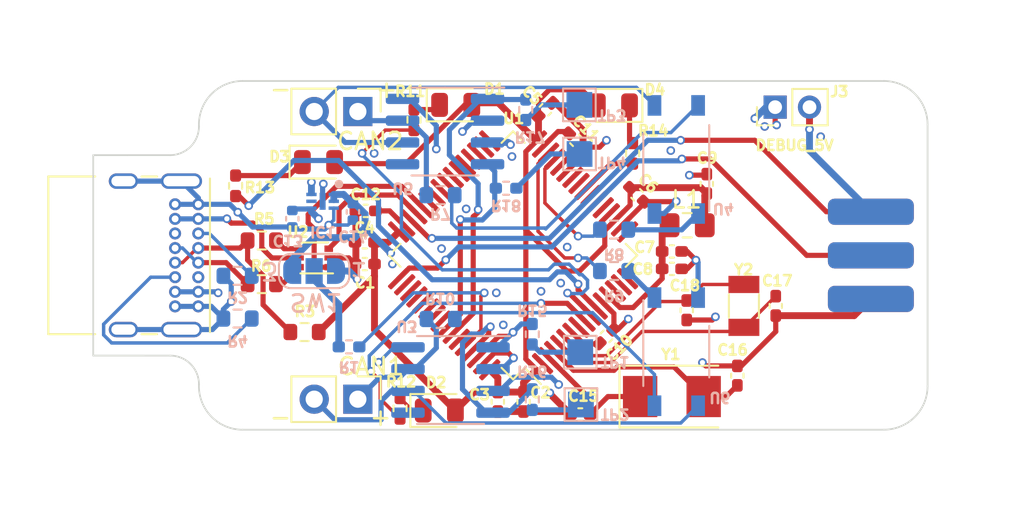
<source format=kicad_pcb>
(kicad_pcb (version 20221018) (generator pcbnew)
  (title_block (title "USB2CAN- CAN TO UART TRANSLATION") (date "2024-02-06") (rev "0,2") (company "Gdańsk PGRacingTeam") (comment 1 "Karol Pergoł") (comment 2 "Mieszko Celiński"))
  (layers (0 "F.Cu" signal) (1 "In1.Cu" power) (2 "In2.Cu" power) (31 "B.Cu" signal) (34 "B.Paste" user) (35 "F.Paste" user) (36 "B.SilkS" user "B.Silkscreen") (37 "F.SilkS" user "F.Silkscreen") (38 "B.Mask" user) (39 "F.Mask" user) (44 "Edge.Cuts" user))
  (net 0 "")
  (net 1 "+3.3V")
  (net 2 "GND")
  (net 3 "Net-(U1-NRST)")
  (net 4 "Net-(U1-VCAP_1)")
  (net 5 "Net-(U1-VCAP_2)")
  (net 6 "+5V")
  (net 7 "/LSE_IN")
  (net 8 "/LSE_OUT")
  (net 9 "/HSE_IN")
  (net 10 "/HSE_OUT")
  (net 11 "Net-(D1-K)")
  (net 12 "Net-(D2-K)")
  (net 13 "Net-(D3-K)")
  (net 14 "Net-(D4-K)")
  (net 16 "Net-(J1-CC1)")
  (net 17 "Net-(J1-D+-PadA6)")
  (net 18 "Net-(J1-D--PadA7)")
  (net 20 "Net-(J1-CC2)")
  (net 22 "Net-(SW1-B)")
  (net 23 "Net-(U1-BOOT0)")
  (net 24 "/USB_D+")
  (net 25 "/USB_D-")
  (net 26 "/CAN2_H")
  (net 27 "Net-(R7-Pad2)")
  (net 28 "/TERMINATOR_CAN2")
  (net 29 "Net-(R8-Pad2)")
  (net 30 "/TERMINATOR_CAN1")
  (net 31 "Net-(R9-Pad2)")
  (net 32 "/CAN1_H")
  (net 33 "Net-(R10-Pad2)")
  (net 34 "/LED_CAN2")
  (net 35 "/LED_CAN1")
  (net 36 "/LED_UART")
  (net 37 "/STATUS_LED")
  (net 63 "/STM_D-")
  (net 64 "/STM_D+")
  (net 65 "/SWDIO")
  (net 66 "/SWCLK")
  (net 72 "/SWO")
  (net 74 "/CAN2_RX")
  (net 75 "/CAN2_TX")
  (net 77 "/CAN1_RX")
  (net 78 "/CAN1_TX")
  (net 80 "/CAN1_L")
  (net 81 "/CAN2_L")
  (net 85 "/DEBUG_5V")
  (net 86 "Net-(R15-Pad2)")
  (net 87 "Net-(R17-Pad2)")
  (net 88 "Net-(R18-Pad2)")
  (net 89 "+3.3VA")
  (net 90 "Net-(R16-Pad2)")
  (footprint "Capacitor_SMD:C_0402_1005Metric_Pad0.74x0.62mm_HandSolder" (layer "F.Cu") (at 154.686 98.425)
    (fp_text reference "C8")
    (fp_text value "1u")
  )
  (footprint "Resistor_SMD:R_0402_1005Metric_Pad0.72x0.64mm_HandSolder" (layer "F.Cu") (at 138.8595 106.553 -90)
    (fp_text reference "R12")
    (fp_text value "510")
  )
  (footprint "Inductor_SMD:L_0805_2012Metric_Pad1.15x1.40mm_HandSolder" (layer "F.Cu") (at 155.575 95.885)
    (fp_text reference "L1")
    (fp_text value "39n")
  )
  (footprint "MountingHole:MountingHole_2.1mm" (layer "F.Cu") (at 129.6924 105.2576)
    (fp_text reference "H2" hide)
    (fp_text value "MountingHole")
  )
  (footprint "MountingHole:MountingHole_2.1mm" (layer "F.Cu") (at 167.0304 90.0176)
    (fp_text reference "H4" hide)
    (fp_text value "MountingHole")
  )
  (footprint "Capacitor_SMD:C_0402_1005Metric_Pad0.74x0.62mm_HandSolder" (layer "F.Cu") (at 156.718 93.472 90)
    (fp_text reference "C9")
    (fp_text value "1u")
  )
  (footprint "Resistor_SMD:R_0402_1005Metric_Pad0.72x0.64mm_HandSolder" (layer "F.Cu") (at 139.67 89.74 -90)
    (fp_text reference "R11")
    (fp_text value "510")
  )
  (footprint "Resistor_SMD:R_0603_1608Metric" (layer "F.Cu") (at 130.81 99.314 180)
    (fp_text reference "R6")
    (fp_text value "22")
  )
  (footprint "Resistor_SMD:R_0603_1608Metric" (layer "F.Cu") (at 130.81 96.774 180)
    (fp_text reference "R5")
    (fp_text value "22")
  )
  (footprint "LED_SMD:LED_0805_2012Metric" (layer "F.Cu") (at 142.1 88.87)
    (fp_text reference "D1")
    (fp_text value "BUILTIN_LED")
  )
  (footprint "LED_SMD:LED_0805_2012Metric" (layer "F.Cu") (at 141.1455 106.68)
    (fp_text reference "D2")
    (fp_text value "BUILTIN_LED")
  )
  (footprint "IDC:IDC_SMD_3PIN" (layer "F.Cu") (at 166.2684 97.6376 90)
    (fp_text reference "J2" hide)
    (fp_text value "Conn_01x06_Pin")
  )
  (footprint "Package_TO_SOT_SMD:SOT-666" (layer "F.Cu") (at 133.858 97.79 180)
    (fp_text reference "U2")
    (fp_text value "USBLC6-2P6")
  )
  (footprint "Crystal:Crystal_SMD_5032-2Pin_5.0x3.2mm" (layer "F.Cu") (at 154.686 105.8672)
    (fp_text reference "Y1")
    (fp_text value "16MHz")
  )
  (footprint "Crystal:Crystal_SMD_3215-2Pin_3.2x1.5mm" (layer "F.Cu") (at 158.877 100.584 -90)
    (fp_text reference "Y2")
    (fp_text value "32KHz")
  )
  (footprint "Resistor_SMD:R_0402_1005Metric_Pad0.72x0.64mm_HandSolder" (layer "F.Cu") (at 152.4 91.694 -90)
    (fp_text reference "R14")
    (fp_text value "510")
  )
  (footprint "Connector_USB:USB_C_Receptacle_GCT_USB4085" (layer "F.Cu") (at 127.1134 94.6626 -90)
    (fp_text reference "J1" hide)
    (fp_text value "USB_C_Receptacle_USB2.0")
  )
  (footprint "Connector_PinHeader_2.54mm:PinHeader_1x02_P2.54mm_Vertical" (layer "F.Cu") (at 136.403 89.2556 -90)
    (fp_text reference "J4" hide)
    (fp_text value "Conn_01x02_Pin")
  )
  (footprint "Capacitor_SMD:C_0402_1005Metric_Pad0.74x0.62mm_HandSolder" (layer "F.Cu") (at 158.496 104.648 90)
    (fp_text reference "C16")
    (fp_text value "22pF")
  )
  (footprint "Package_QFP:LQFP-64_10x10mm_P0.5mm" (layer "F.Cu") (at 145.4404 97.6376 135)
    (fp_text reference "U1")
    (fp_text value "STM32F405RGTx")
  )
  (footprint "Capacitor_SMD:C_0402_1005Metric_Pad0.74x0.62mm_HandSolder" (layer "F.Cu") (at 136.8044 98.1456 180)
    (fp_text reference "C1")
    (fp_text value "10u")
  )
  (footprint "MountingHole:MountingHole_2.1mm" (layer "F.Cu") (at 167.0304 105.2576)
    (fp_text reference "H3" hide)
    (fp_text value "MountingHole")
  )
  (footprint "Capacitor_SMD:C_0402_1005Metric_Pad0.74x0.62mm_HandSolder" (layer "F.Cu") (at 152.654 94.107 -45)
    (fp_text reference "C6")
    (fp_text value "100n")
  )
  (footprint "Capacitor_SMD:C_0402_1005Metric_Pad0.74x0.62mm_HandSolder" (layer "F.Cu") (at 136.8552 95.0468 180)
    (fp_text reference "C12")
    (fp_text value "2.2u")
  )
  (footprint "Capacitor_SMD:C_0402_1005Metric_Pad0.74x0.62mm_HandSolder" (layer "F.Cu") (at 149.098 90.932 -45)
    (fp_text reference "C11")
    (fp_text value "2.2u")
  )
  (footprint "LED_SMD:LED_0805_2012Metric" (layer "F.Cu") (at 134.112 92.202)
    (fp_text reference "D3")
    (fp_text value "BUILTIN_LED")
  )
  (footprint "MountingHole:MountingHole_2.1mm" (layer "F.Cu") (at 129.6924 90.0176)
    (fp_text reference "H1" hide)
    (fp_text value "MountingHole")
  )
  (footprint "Resistor_SMD:R_0603_1608Metric" (layer "F.Cu") (at 133.2992 102.108)
    (fp_text reference "R3")
    (fp_text value "1k5")
  )
  (footprint "Capacitor_SMD:C_0402_1005Metric_Pad0.74x0.62mm_HandSolder" (layer "F.Cu") (at 149.352 106.9086 180)
    (fp_text reference "C15")
    (fp_text value "22pF")
  )
  (footprint "Capacitor_SMD:C_0402_1005Metric_Pad0.74x0.62mm_HandSolder" (layer "F.Cu") (at 160.7312 100.584 -90)
    (fp_text reference "C17")
    (fp_text value "22pF")
  )
  (footprint "Connector_PinHeader_2.00mm:PinHeader_1x02_P2.00mm_Vertical" (layer "F.Cu") (at 160.6964 89.0016 90)
    (fp_text reference "J3")
    (fp_text value "Conn_01x02_Pin")
  )
  (footprint "Capacitor_SMD:C_0402_1005Metric_Pad0.74x0.62mm_HandSolder" (layer "F.Cu") (at 154.686 97.409)
    (fp_text reference "C7")
    (fp_text value "10n")
  )
  (footprint "Capacitor_SMD:C_0402_1005Metric_Pad0.74x0.62mm_HandSolder" (layer "F.Cu") (at 136.8044 96.8756 180)
    (fp_text reference "C4")
    (fp_text value "100n")
  )
  (footprint "Capacitor_SMD:C_0402_1005Metric_Pad0.74x0.62mm_HandSolder" (layer "F.Cu") (at 146.05 106.172 -90)
    (fp_text reference "C2")
    (fp_text value "100n")
  )
  (footprint "Capacitor_SMD:C_0402_1005Metric_Pad0.74x0.62mm_HandSolder" (layer "F.Cu") (at 144.5514 106.172 -90)
    (fp_text reference "C3")
    (fp_text value "100n")
  )
  (footprint "Capacitor_SMD:C_0402_1005Metric_Pad0.74x0.62mm_HandSolder" (layer "F.Cu") (at 150.876 102.362 45)
    (fp_text reference "C10")
    (fp_text value "100n")
  )
  (footprint "Connector_PinHeader_2.54mm:PinHeader_1x02_P2.54mm_Vertical" (layer "F.Cu") (at 136.403 106.0196 -90)
    (fp_text reference "J5" hide)
    (fp_text value "Conn_01x02_Pin")
  )
  (footprint "LED_SMD:LED_0805_2012Metric" (layer "F.Cu") (at 151.2824 88.9 180)
    (fp_text reference "D4")
    (fp_text value "BUILTIN_LED")
  )
  (footprint "Capacitor_SMD:C_0402_1005Metric_Pad0.74x0.62mm_HandSolder" (layer "F.Cu") (at 155.5496 100.838 -90)
    (fp_text reference "C18")
    (fp_text value "22pF")
  )
  (footprint "Resistor_SMD:R_0402_1005Metric_Pad0.72x0.64mm_HandSolder" (layer "F.Cu") (at 129.286 93.5857 -90)
    (fp_text reference "R13")
    (fp_text value "510")
  )
  (footprint "Capacitor_SMD:C_0402_1005Metric_Pad0.74x0.62mm_HandSolder" (layer "F.Cu") (at 147.32 89.154 45)
    (fp_text reference "C5")
    (fp_text value "100n")
  )
  (footprint "Resistor_SMD:R_0603_1608Metric" (layer "B.Cu") (at 151.321 96.139)
    (fp_text reference "R8")
    (fp_text value "1k")
  )
  (footprint "TestPoint:TestPoint_Pad_1.5x1.5mm" (layer "B.Cu") (at 149.31 91.73 -90)
    (fp_text reference "TP4")
    (fp_text value "TestPoint")
  )
  (footprint "Package_SO:SOIC-8_3.9x4.9mm_P1.27mm" (layer "B.Cu") (at 141.797 104.902 180)
    (fp_text reference "U3")
    (fp_text value "MCP2561-E-SN")
  )
  (footprint "Resistor_SMD:R_0402_1005Metric_Pad0.72x0.64mm_HandSolder" (layer "B.Cu") (at 146.177 89.154 -90)
    (fp_text reference "R17")
    (fp_text value "0")
  )
  (footprint "Package_SO:MFSOP6-4_4.4x3.6mm_P1.27mm" (layer "B.Cu") (at 154.94 103.251 -90)
    (fp_text reference "U6")
    (fp_text value "TLP175A")
  )
  (footprint "Package_SO:MFSOP6-4_4.4x3.6mm_P1.27mm" (layer "B.Cu") (at 154.94 92.05 90)
    (fp_text reference "U4")
    (fp_text value "TLP175A")
  )
  (footprint "Resistor_SMD:R_0402_1005Metric_Pad0.72x0.64mm_HandSolder" (layer "B.Cu") (at 135.89 102.9716)
    (fp_text reference "R1")
    (fp_text value "10k")
  )
  (footprint "Resistor_SMD:R_0603_1608Metric" (layer "B.Cu") (at 129.4008 98.8314)
    (fp_text reference "R2")
    (fp_text value "5k1")
  )
  (footprint "Resistor_SMD:R_0402_1005Metric_Pad0.72x0.64mm_HandSolder" (layer "B.Cu") (at 145.034 93.726)
    (fp_text reference "R18")
    (fp_text value "0")
  )
  (footprint "Resistor_SMD:R_0603_1608Metric" (layer "B.Cu") (at 151.32 98.552)
    (fp_text reference "R9")
    (fp_text value "1k")
  )
  (footprint "Package_SO:SOIC-8_3.9x4.9mm_P1.27mm" (layer "B.Cu") (at 141.478 90.424 180)
    (fp_text reference "U5")
    (fp_text value "MCP2561-E-SN")
  )
  (footprint "Capacitor_SMD:C_0402_1005Metric" (layer "B.Cu") (at 136.114 95.104 -90)
    (fp_text reference "C14")
    (fp_text value "2.2uF")
  )
  (footprint "TestPoint:TestPoint_Pad_1.5x1.5mm" (layer "B.Cu") (at 149.39 106.33 -90)
    (fp_text reference "TP2")
    (fp_text value "TestPoint")
  )
  (footprint "TestPoint:TestPoint_Pad_1.5x1.5mm" (layer "B.Cu") (at 149.3 88.87 -90)
    (fp_text reference "TP3")
    (fp_text value "TestPoint")
  )
  (footprint "TestPoint:TestPoint_Pad_1.5x1.5mm" (layer "B.Cu") (at 149.35 103.28 -90)
    (fp_text reference "TP1")
    (fp_text value "TestPoint")
  )
  (footprint "Resistor_SMD:R_0402_1005Metric_Pad0.72x0.64mm_HandSolder" (layer "B.Cu") (at 146.558 102.235 -90)
    (fp_text reference "R15")
    (fp_text value "0")
  )
  (footprint "Resistor_SMD:R_0603_1608Metric" (layer "B.Cu") (at 141.215 94.13)
    (fp_text reference "R7")
    (fp_text value "100")
  )
  (footprint "MIC5528-3.3YMT-TR:SON40P120X120X60-7N-D" (layer "B.Cu") (at 134.351 94.488 180)
    (fp_text reference "IC1")
    (fp_text value "MIC5528-3.3YMT-TR" hide)
  )
  (footprint "Jumper:SolderJumper-3_P1.3mm_Open_RoundedPad1.0x1.5mm_NumberLabels" (layer "B.Cu") (at 133.858 98.552 180)
    (fp_text reference "SW1")
    (fp_text value "SW_BOOT0")
  )
  (footprint "Resistor_SMD:R_0603_1608Metric" (layer "B.Cu") (at 141.224 101.346)
    (fp_text reference "R10")
    (fp_text value "100")
  )
  (footprint "Capacitor_SMD:C_0402_1005Metric" (layer "B.Cu") (at 132.588 95.504 -90)
    (fp_text reference "C13")
    (fp_text value "2.2uF")
  )
  (footprint "Resistor_SMD:R_0603_1608Metric" (layer "B.Cu") (at 129.4008 101.3206)
    (fp_text reference "R4")
    (fp_text value "5k1")
  )
  (footprint "Resistor_SMD:R_0402_1005Metric_Pad0.72x0.64mm_HandSolder" (layer "B.Cu") (at 146.558 106.045 -90)
    (fp_text reference "R16")
    (fp_text value "0")
  )
  (gr_arc (start 125.476 103.4796) (mid 126.661394 103.970606) (end 127.1524 105.156) (stroke (width 0.1)) (layer "Edge.Cuts"))
  (gr_line (start 129.6924 87.4776) (end 167.0304 87.4776) (stroke (width 0.1)) (layer "Edge.Cuts"))
  (gr_line (start 169.5704 90.0176) (end 169.5704 105.2576) (stroke (width 0.1)) (layer "Edge.Cuts"))
  (gr_arc (start 127.1524 90.121231) (mid 127.859345 88.258432) (end 129.6924 87.4776) (stroke (width 0.1)) (layer "Edge.Cuts"))
  (gr_line (start 129.6924 107.7976) (end 167.0304 107.7976) (stroke (width 0.1)) (layer "Edge.Cuts"))
  (gr_line (start 120.998468 91.798411) (end 120.998468 103.47882) (stroke (width 0.1)) (layer "Edge.Cuts"))
  (gr_line (start 125.476 91.797631) (end 120.998468 91.798411) (stroke (width 0.1)) (layer "Edge.Cuts"))
  (gr_arc (start 127.1524 90.121231) (mid 126.661394 91.306625) (end 125.476 91.797631) (stroke (width 0.1)) (layer "Edge.Cuts"))
  (gr_arc (start 167.0304 87.4776) (mid 168.826451 88.221549) (end 169.5704 90.0176) (stroke (width 0.1)) (layer "Edge.Cuts"))
  (gr_line (start 125.476 103.4796) (end 120.998468 103.47882) (stroke (width 0.1)) (layer "Edge.Cuts"))
  (gr_arc (start 129.6924 107.799631) (mid 127.859344 107.0188) (end 127.1524 105.156) (stroke (width 0.1)) (layer "Edge.Cuts"))
  (gr_arc (start 169.5704 105.2576) (mid 168.826451 107.053651) (end 167.0304 107.7976) (stroke (width 0.1)) (layer "Edge.Cuts"))
  (gr_text "-" (at 131.19 88.52) (layer "F.SilkS") (effects (font (size 1 1)) (justify left bottom)))
  (gr_text "-" (at 131.18 107.64) (layer "F.SilkS") (effects (font (size 1 1)) (justify left bottom)))
  (gr_text "DEBUG_5V\n" (at 159.47 91.58) (layer "F.SilkS") (effects (font (size 0.6 0.6)) (justify left bottom)))
  (gr_text "CAN2\n" (at 135.09 91.57) (layer "F.SilkS") (effects (font (size 1 1)) (justify left bottom)))
  (gr_text "CAN1\n" (at 135.133 104.6896) (layer "F.SilkS") (effects (font (size 1 1)) (justify left bottom)))
  (gr_text "+" (at 137.01 107.64) (layer "F.SilkS") (effects (font (size 1 1)) (justify left bottom)))
  (gr_text "+" (at 137.36 88.53) (layer "F.SilkS") (effects (font (size 1 1)) (justify left bottom)))
  (segment (start 151.397775 95.569313) (end 152.252717 94.714371) (width 0.3) (layer "F.Cu") (net 1))
  (segment (start 137.3719 98.8603) (end 137.3719 98.1456) (width 0.4) (layer "F.Cu") (net 1))
  (segment (start 137.3719 98.1456) (end 137.3719 96.8756) (width 0.4) (layer "F.Cu") (net 1))
  (segment (start 146.182126 96.16134) (end 148.572786 98.552) (width 0.3) (layer "F.Cu") (net 1))
  (segment (start 152.265013 93.693421) (end 152.252717 93.705717) (width 0.4) (layer "F.Cu") (net 1))
  (segment (start 146.918717 89.555283) (end 146.918717 90.785271) (width 0.4) (layer "F.Cu") (net 1))
  (segment (start 146.801581 90.973119) (end 146.182126 91.592574) (width 0.3) (layer "F.Cu") (net 1))
  (segment (start 135.0495 92.202) (end 135.1415 92.294) (width 0.3) (layer "F.Cu") (net 1))
  (segment (start 156.371921 93.693421) (end 152.265013 93.693421) (width 0.4) (layer "F.Cu") (net 1))
  (segment (start 137.3719 96.8756) (end 138.176738 96.8756) (width 0.4) (layer "F.Cu") (net 1))
  (segment (start 146.05 105.6045) (end 146.05 105.053662) (width 0.4) (layer "F.Cu") (net 1))
  (segment (start 148.572786 98.552) (end 149.311529 98.552) (width 0.3) (layer "F.Cu") (net 1))
  (segment (start 144.576062 88.7476) (end 146.766225 90.937763) (width 0.4) (layer "F.Cu") (net 1))
  (segment (start 142.631479 88.87) (end 143.0375 88.87) (width 0.3) (layer "F.Cu") (net 1))
  (segment (start 134.1242 102.108) (end 137.3719 98.8603) (width 0.4) (layer "F.Cu") (net 1))
  (segment (start 156.6 95.885) (end 156.6 94.1575) (width 0.4) (layer "F.Cu") (net 1))
  (segment (start 137.3719 101.9689) (end 137.3719 98.8603) (width 0.4) (layer "F.Cu") (net 1))
  (segment (start 152.252717 94.714371) (end 152.252717 93.705717) (width 0.3) (layer "F.Cu") (net 1))
  (segment (start 146.918717 89.555283) (end 146.918717 88.621902) (width 0.3) (layer "F.Cu") (net 1))
  (segment (start 146.918717 90.785271) (end 146.766225 90.937763) (width 0.4) (layer "F.Cu") (net 1))
  (segment (start 144.5514 104.774262) (end 144.114575 104.337437) (width 0.4) (layer "F.Cu") (net 1))
  (segment (start 146.801581 104.302081) (end 146.182126 103.682626) (width 0.3) (layer "F.Cu") (net 1))
  (segment (start 135.1915 92.344) (end 135.0495 92.202) (width 0.4) (layer "F.Cu") (net 1))
  (segment (start 144.5514 105.6045) (end 144.5514 104.774262) (width 0.4) (layer "F.Cu") (net 1))
  (segment (start 135.1415 92.294) (end 139.207479 92.294) (width 0.3) (layer "F.Cu") (net 1))
  (segment (start 139.207479 92.294) (end 142.631479 88.87) (width 0.3) (layer "F.Cu") (net 1))
  (segment (start 138.176738 96.8756) (end 138.740563 96.311775) (width 0.4) (layer "F.Cu") (net 1))
  (segment (start 150.77832 97.085209) (end 150.77832 96.188768) (width 0.3) (layer "F.Cu") (net 1))
  (segment (start 137.3719 96.8756) (end 137.6956 96.8756) (width 0.4) (layer "F.Cu") (net 1))
  (segment (start 156.718 94.0395) (end 156.371921 93.693421) (width 0.4) (layer "F.Cu") (net 1))
  (segment (start 147.552764 87.987855) (end 149.432755 87.987855) (width 0.3) (layer "F.Cu") (net 1))
  (segment (start 143.1599 88.7476) (end 143.0375 88.87) (width 0.4) (layer "F.Cu") (net 1))
  (segment (start 144.576062 88.7476) (end 143.1599 88.7476) (width 0.4) (layer "F.Cu") (net 1))
  (segment (start 146.05 105.053662) (end 146.766225 104.337437) (width 0.4) (layer "F.Cu") (net 1))
  (segment (start 149.432755 87.987855) (end 150.3449 88.9) (width 0.3) (layer "F.Cu") (net 1))
  (segment (start 146.182126 103.682626) (end 146.182126 96.16134) (width 0.3) (layer "F.Cu") (net 1))
  (segment (start 149.311529 98.552) (end 150.77832 97.085209) (width 0.3) (layer "F.Cu") (net 1))
  (segment (start 150.77832 96.188768) (end 151.397775 95.569313) (width 0.3) (layer "F.Cu") (net 1))
  (segment (start 137.6956 96.8756) (end 138.32 97.5) (width 0.4) (layer "F.Cu") (net 1))
  (segment (start 144.5514 105.6045) (end 146.05 105.6045) (width 0.4) (layer "F.Cu") (net 1))
  (segment (start 156.6 94.1575) (end 156.718 94.0395) (width 0.4) (layer "F.Cu") (net 1))
  (segment (start 142.083 106.68) (end 137.3719 101.9689) (width 0.4) (layer "F.Cu") (net 1))
  (segment (start 146.182126 91.592574) (end 146.182126 96.16134) (width 0.3) (layer "F.Cu") (net 1))
  (segment (start 142.083 106.68) (end 143.1585 105.6045) (width 0.4) (layer "F.Cu") (net 1))
  (segment (start 143.1585 105.6045) (end 144.5514 105.6045) (width 0.4) (layer "F.Cu") (net 1))
  (segment (start 146.918717 88.621902) (end 147.552764 87.987855) (width 0.3) (layer "F.Cu") (net 1))
  (via (at 138.32 97.5) (size 0.5) (drill 0.3) (layers "F.Cu" "B.Cu") (net 1))
  (segment (start 136.824 95.220325) (end 136.227675 94.624) (width 0.4) (layer "B.Cu") (net 1))
  (segment (start 136.224 96.604) (end 136.824 96.004) (width 0.4) (layer "B.Cu") (net 1))
  (segment (start 132.558 97.902) (end 133.856 96.604) (width 0.4) (layer "B.Cu") (net 1))
  (segment (start 138.32 97.5) (end 136.824 96.004) (width 0.4) (layer "B.Cu") (net 1))
  (segment (start 132.558 98.552) (end 132.558 97.902) (width 0.4) (layer "B.Cu") (net 1))
  (segment (start 135.578 94.088) (end 135.001 94.088) (width 0.4) (layer "B.Cu") (net 1))
  (segment (start 136.824 96.004) (end 136.824 95.220325) (width 0.4) (layer "B.Cu") (net 1))
  (segment (start 136.114 94.624) (end 135.578 94.088) (width 0.4) (layer "B.Cu") (net 1))
  (segment (start 135.001 94.088) (end 135.001 94.388) (width 0.4) (layer "B.Cu") (net 1))
  (segment (start 133.856 96.604) (end 136.224 96.604) (width 0.4) (layer "B.Cu") (net 1))
  (segment (start 136.227675 94.624) (end 136.114 94.624) (width 0.4) (layer "B.Cu") (net 1))
  (segment (start 160.7312 102.0798) (end 160.7312 101.1515) (width 0.3) (layer "F.Cu") (net 2))
  (segment (start 136.2369 98.8989) (end 136.2369 98.1456) (width 0.3) (layer "F.Cu") (net 2))
  (segment (start 151.277283 101.960717) (end 151.531283 101.960717) (width 0.3) (layer "F.Cu") (net 2))
  (segment (start 158.496 104.0805) (end 158.7305 104.0805) (width 0.3) (layer "F.Cu") (net 2))
  (segment (start 151.531283 101.960717) (end 152.146 101.346) (width 0.3) (layer "F.Cu") (net 2))
  (segment (start 153.055283 94.508283) (end 154.919717 94.508283) (width 0.3) (layer "F.Cu") (net 2))
  (segment (start 165.2945 101.1515) (end 160.7312 101.1515) (width 0.4) (layer "F.Cu") (net 2))
  (segment (start 144.345121 103.329073) (end 143.725666 103.948528) (width 0.3) (layer "F.Cu") (net 2))
  (segment (start 147.58 105.65) (end 147.58 105.7041) (width 0.4) (layer "F.Cu") (net 2))
  (segment (start 155.5496 101.4055) (end 157.0345 101.4055) (width 0.3) (layer "F.Cu") (net 2))
  (segment (start 149.511579 91.320987) (end 149.499283 91.333283) (width 0.4) (layer "F.Cu") (net 2))
  (segment (start 136.2877 95.0468) (end 136.2877 98.0948) (width 0.4) (layer "F.Cu") (net 2))
  (segment (start 166.2684 100.1776) (end 165.2945 101.1515) (width 0.4) (layer "F.Cu") (net 2))
  (segment (start 151.277283 101.960717) (end 151.310122 101.927878) (width 0.3) (layer "F.Cu") (net 2))
  (segment (start 157.0345 101.4055) (end 157.22 101.22) (width 0.3) (layer "F.Cu") (net 2))
  (segment (start 155.575 98.425) (end 155.2535 98.425) (width 0.3) (layer "F.Cu") (net 2))
  (segment (start 151.310122 101.032448) (end 150.690668 100.412994) (width 0.3) (layer "F.Cu") (net 2))
  (segment (start 158.7305 104.0805) (end 160.7312 102.0798) (width 0.3) (layer "F.Cu") (net 2))
  (segment (start 134.783 97.79) (end 135.8813 97.79) (width 0.3) (layer "F.Cu") (net 2))
  (segment (start 153.055283 94.618911) (end 153.055283 94.508283) (width 0.3) (layer "F.Cu") (net 2))
  (segment (start 155.575 97.409) (end 155.2535 97.409) (width 0.3) (layer "F.Cu") (net 2))
  (segment (start 148.7845 106.9086) (end 148.6154 106.7395) (width 0.4) (layer "F.Cu") (net 2))
  (segment (start 135.8813 97.79) (end 136.2369 98.1456) (width 0.3) (layer "F.Cu") (net 2))
  (segment (start 136.361189 99.023189) (end 136.2369 98.8989) (width 0.3) (layer "F.Cu") (net 2))
  (segment (start 155.702 92.964) (end 156.6585 92.964) (width 0.3) (layer "F.Cu") (net 2))
  (segment (start 147.922808 88.752717) (end 149.511579 90.341488) (width 0.4) (layer "F.Cu") (net 2))
  (segment (start 156.083 97.917) (end 155.575 98.425) (width 0.3) (layer "F.Cu") (net 2))
  (segment (start 151.751328 95.922866) (end 153.055283 94.618911) (width 0.3) (layer "F.Cu") (net 2))
  (segment (start 158.496 104.0805) (end 156.6585 104.0805) (width 0.3) (layer "F.Cu") (net 2))
  (segment (start 151.310122 101.927878) (end 151.310122 101.032448) (width 0.3) (layer "F.Cu") (net 2))
  (segment (start 145.175238 103.329073) (end 144.345121 103.329073) (width 0.3) (layer "F.Cu") (net 2))
  (segment (start 147.721283 88.752717) (end 147.852098 88.752717) (width 0.3) (layer "F.Cu") (net 2))
  (segment (start 148.6154 106.7395) (end 144.5514 106.7395) (width 0.4) (layer "F.Cu") (net 2))
  (segment (start 149.499283 91.333283) (end 150.474717 91.333283) (width 0.3) (layer "F.Cu") (net 2))
  (segment (start 145.465802 103.619637) (end 145.175238 103.329073) (width 0.3) (layer "F.Cu") (net 2))
  (segment (start 136.2877 98.0948) (end 136.2369 98.1456) (width 0.4) (layer "F.Cu") (net 2))
  (segment (start 156.083 97.917) (end 155.575 97.409) (width 0.3) (layer "F.Cu") (net 2))
  (segment (start 149.511579 90.341488) (end 149.511579 91.320987) (width 0.4) (layer "F.Cu") (net 2))
  (segment (start 150.474717 91.333283) (end 150.876 90.932) (width 0.3) (layer "F.Cu") (net 2))
  (segment (start 147.721283 88.752717) (end 147.781388 88.752717) (width 0.2) (layer "F.Cu") (net 2))
  (segment (start 147.721283 88.752717) (end 147.922808 88.752717) (width 0.4) (layer "F.Cu") (net 2))
  (segment (start 154.919717 94.508283) (end 154.94 94.488) (width 0.3) (layer "F.Cu") (net 2))
  (segment (start 156.6585 104.0805) (end 156.464 103.886) (width 0.3) (layer "F.Cu") (net 2))
  (segment (start 156.6585 92.964) (end 156.718 92.9045) (width 0.3) (layer "F.Cu") (net 2))
  (segment (start 147.58 105.7041) (end 148.7845 106.9086) (width 0.4) (layer "F.Cu") (net 2))
  (via (at 155.702 92.964) (size 0.5) (drill 0.3) (layers "F.Cu" "B.Cu") (net 2))
  (via (at 150.876 90.932) (size 0.5) (drill 0.3) (layers "F.Cu" "B.Cu") (net 2))
  (via (at 129.413 95.123) (size 0.5) (drill 0.3) (layers "F.Cu" "B.Cu") (net 2))
  (via (at 134.393177 93.475964) (size 0.5) (drill 0.3) (layers "F.Cu" "B.Cu") (net 2))
  (via (at 163.3459 90.721714) (size 0.5) (drill 0.3) (layers "F.Cu" "B.Cu") (net 2))
  (via (at 145.375108 91.880058) (size 0.5) (drill 0.3) (layers "F.Cu" "B.Cu") (net 2))
  (via (at 134.707626 95.870788) (size 0.5) (drill 0.3) (layers "F.Cu" "B.Cu") (net 2))
  (via (at 156.083 97.917) (size 0.5) (drill 0.3) (layers "F.Cu" "B.Cu") (net 2))
  (via (at 154.94 94.488) (size 0.5) (drill 0.3) (layers "F.Cu" "B.Cu") (net 2))
  (via (at 147.58 105.65) (size 0.5) (drill 0.3) (layers "F.Cu" "B.Cu") (net 2))
  (via (at 156.464 103.886) (size 0.5) (drill 0.3) (layers "F.Cu" "B.Cu") (net 2))
  (via (at 145.465802 103.619637) (size 0.5) (drill 0.3) (layers "F.Cu" "B.Cu") (net 2))
  (via (at 142.708022 94.930893) (size 0.5) (drill 0.3) (layers "F.Cu" "B.Cu") (net 2))
  (via (at 140.97 91.44) (size 0.5) (drill 0.3) (layers "F.Cu" "B.Cu") (net 2))
  (via (at 160.087768 90.128704) (size 0.5) (drill 0.3) (layers "F.Cu" "B.Cu") (net 2))
  (via (at 154.62 91.5315) (size 0.5) (drill 0.3) (layers "F.Cu" "B.Cu") (net 2))
  (via (at 137.620419 103.86739) (size 0.5) (drill 0.3) (layers "F.Cu" "B.Cu") (net 2))
  (via (at 147.066 99.732741) (size 0.5) (drill 0.3) (layers "F.Cu" "B.Cu") (net 2))
  (via (at 144.463503 99.822) (size 0.5) (drill 0.3) (layers "F.Cu" "B.Cu") (net 2))
  (via (at 142.494 90.424) (size 0.5) (drill 0.3) (layers "F.Cu" "B.Cu") (net 2))
  (via (at 144.87 101.69) (size 0.5) (drill 0.3) (layers "F.Cu" "B.Cu") (net 2))
  (via (at 129.032 100.33) (size 0.5) (drill 0.3) (layers "F.Cu" "B.Cu") (net 2))
  (via (at 136.361189 99.023189) (size 0.5) (drill 0.3) (layers "F.Cu" "B.Cu") (net 2))
  (via (at 157.22 101.22) (size 0.5) (drill 0.3) (layers "F.Cu" "B.Cu") (net 2))
  (via (at 152.146 101.346) (size 0.5) (drill 0.3) (layers "F.Cu" "B.Cu") (net 2))
  (via (at 148.59 97.155) (size 0.5) (drill 0.3) (layers "F.Cu" "B.Cu") (net 2))
  (via (at 137.351503 91.694) (size 0.5) (drill 0.3) (layers "F.Cu" "B.Cu") (net 2))
  (via (at 141.275602 97.2465) (size 0.5) (drill 0.3) (layers "F.Cu" "B.Cu") (net 2))
  (via (at 138.416348 98.142317) (size 0.5) (drill 0.3) (layers "F.Cu" "B.Cu") (net 2))
  (via (at 148.212425 99.2552) (size 0.5) (drill 0.3) (layers "F.Cu" "B.Cu") (net 2))
  (segment (start 127.1134 94.2926) (end 126.1334 93.3126) (width 0.3) (layer "B.Cu") (net 2))
  (segment (start 128.9526 94.6626) (end 129.413 95.123) (width 0.3) (layer "B.Cu") (net 2))
  (segment (start 156.21 98.044) (end 156.083 97.917) (width 0.3) (layer "B.Cu") (net 2))
  (segment (start 128.5758 100.7862) (end 129.032 100.33) (width 0.3) (layer "B.Cu") (net 2))
  (segment (start 125.7634 94.6626) (end 127.1134 94.6626) (width 0.3) (layer "B.Cu") (net 2))
  (segment (start 139.003 88.519) (end 139.415107 88.519) (width 0.3) (layer "B.Cu") (net 2))
  (segment (start 135.001 95.577414) (end 134.707626 95.870788) (width 0.2) (layer "B.Cu") (net 2))
  (segment (start 129.032 100.33) (end 129.032 99.2876) (width 0.3) (layer "B.Cu") (net 2))
  (segment (start 129.032 99.2876) (end 128.5758 98.8314) (width 0.3) (layer "B.Cu") (net 2))
  (segment (start 134.474414 96.104) (end 134.707626 95.870788) (width 0.3) (layer "B.Cu") (net 2))
  (segment (start 135.158 98.552) (end 135.89 98.552) (width 0.4) (layer "B.Cu") (net 2))
  (segment (start 140.97 90.073893) (end 140.97 91.44) (width 0.3) (layer "B.Cu") (net 2))
  (segment (start 134.707626 95.870788) (end 135.827212 95.870788) (width 0.2) (layer "B.Cu") (net 2))
  (segment (start 127.9338 101.9626) (end 128.5758 101.3206) (width 0.3) (layer "B.Cu") (net 2))
  (segment (start 127.1134 100.6126) (end 127.8678 100.6126) (width 0.3) (layer "B.Cu") (net 2))
  (segment (start 130.274 95.984) (end 129.413 95.123) (width 0.3) (layer "B.Cu") (net 2))
  (segment (start 128.5758 101.3206) (end 128.5758 100.7862) (width 0.3) (layer "B.Cu") (net 2))
  (segment (start 127.1134 94.6626) (end 128.9526 94.6626) (width 0.3) (layer "B.Cu") (net 2))
  (segment (start 145.465802 103.619637) (end 144.818439 104.267) (width 0.3) (layer "B.Cu") (net 2))
  (segment (start 142.494 90.424) (end 143.129 89.789) (width 0.3) (layer "B.Cu") (net 2))
  (segment (start 127.1134 94.6626) (end 127.1134 94.2926) (width 0.3) (layer "B.Cu") (net 2))
  (segment (start 135.827212 95.870788) (end 136.114 95.584) (width 0.2) (layer "B.Cu") (net 2))
  (segment (start 125.7634 100.6126) (end 127.1134 100.6126) (width 0.3) (layer "B.Cu") (net 2))
  (segment (start 139.415107 88.519) (end 140.97 90.073893) (width 0.3) (layer "B.Cu") (net 2))
  (segment (start 135.001 94.888) (end 135.001 95.577414) (width 0.2) (layer "B.Cu") (net 2))
  (segment (start 138.490809 102.997) (end 139.322 102.997) (width 0.2) (layer "B.Cu") (net 2))
  (segment (start 134.351 93.518141) (end 134.351 94.488) (width 0.3) (layer "B.Cu") (net 2))
  (segment (start 126.1334 101.9626) (end 122.7534 101.9626) (width 0.3) (layer "B.Cu") (net 2))
  (segment (start 154.228 95.2) (end 154.94 94.488) (width 0.3) (layer "B.Cu") (net 2))
  (segment (start 144.818439 104.267) (end 144.272 104.267) (width 0.3) (layer "B.Cu") (net 2))
  (segment (start 156.21 100.101) (end 156.21 98.044) (width 0.3) (layer "B.Cu") (net 2))
  (segment (start 132.708 96.104) (end 134.474414 96.104) (width 0.3) (layer "B.Cu") (net 2))
  (segment (start 126.1334 101.9626) (end 127.9338 101.9626) (width 0.3) (layer "B.Cu") (net 2))
  (segment (start 132.588 95.984) (end 132.708 96.104) (width 0.3) (layer "B.Cu") (net 2))
  (segment (start 143.129 89.789) (end 143.953 89.789) (width 0.3) (layer "B.Cu") (net 2))
  (segment (start 122.7534 93.3126) (end 126.1334 93.3126) (width 0.3) (layer "B.Cu") (net 2))
  (segment (start 127.8678 100.6126) (end 128.5758 101.3206) (width 0.3) (layer "B.Cu") (net 2))
  (segment (start 135.89 98.552) (end 136.361189 99.023189) (width 0.4) (layer "B.Cu") (net 2))
  (segment (start 137.620419 103.86739) (end 138.490809 102.997) (width 0.2) (layer "B.Cu") (net 2))
  (segment (start 134.393177 93.475964) (end 134.351 93.518141) (width 0.3) (layer "B.Cu") (net 2))
  (segment (start 132.588 95.984) (end 130.274 95.984) (width 0.3) (layer "B.Cu") (net 2))
  (segment (start 153.67 95.2) (end 154.228 95.2) (width 0.3) (layer "B.Cu") (net 2))
  (segment (start 150.437784 102.800216) (end 150.474717 102.763283) (width 0.3) (layer "F.Cu") (net 3))
  (segment (start 148.922901 102.180761) (end 149.542356 102.800216) (width 0.3) (layer "F.Cu") (net 3))
  (segment (start 149.542356 102.800216) (end 150.437784 102.800216) (width 0.3) (layer "F.Cu") (net 3))
  (segment (start 147.155134 91.326672) (end 148.057806 90.424) (width 0.3) (layer "F.Cu") (net 4))
  (segment (start 148.057806 90.424) (end 148.59 90.424) (width 0.3) (layer "F.Cu") (net 4))
  (segment (start 148.59 90.424) (end 148.696717 90.530717) (width 0.3) (layer "F.Cu") (net 4))
  (segment (start 138.253406 95.0468) (end 139.129472 95.922866) (width 0.3) (layer "F.Cu") (net 5))
  (segment (start 137.4227 95.0468) (end 138.253406 95.0468) (width 0.3) (layer "F.Cu") (net 5))
  (segment (start 130.302 95.758) (end 129.032 95.758) (width 0.3) (layer "F.Cu") (net 6))
  (segment (start 129.032 95.758) (end 128.778 95.504) (width 0.3) (layer "F.Cu") (net 6))
  (segment (start 132.933 97.79) (end 131.398183 97.79) (width 0.3) (layer "F.Cu") (net 6))
  (segment (start 130.81 96.266) (end 130.302 95.758) (width 0.3) (layer "F.Cu") (net 6))
  (segment (start 160.782 90.043) (end 160.6964 89.9574) (width 0.3) (layer "F.Cu") (net 6))
  (segment (start 160.6964 89.9574) (end 160.6964 89.0016) (width 0.3) (layer "F.Cu") (net 6))
  (segment (start 130.81 97.201817) (end 130.81 96.266) (width 0.3) (layer "F.Cu") (net 6))
  (segment (start 131.398183 97.79) (end 130.81 97.201817) (width 0.3) (layer "F.Cu") (net 6))
  (via (at 134.112 95.504) (size 0.5) (drill 0.3) (layers "F.Cu" "B.Cu") (net 6))
  (via (at 159.512 89.662) (size 0.5) (drill 0.3) (layers "F.Cu" "B.Cu") (net 6))
  (via (at 128.778 95.504) (size 0.5) (drill 0.3) (layers "F.Cu" "B.Cu") (net 6))
  (via (at 148.093 105.167) (size 0.5) (drill 0.3) (layers "F.Cu" "B.Cu") (net 6))
  (via (at 133.701 93.375) (size 0.5) (drill 0.3) (layers "F.Cu" "B.Cu") (net 6))
  (via (at 160.782 90.043) (size 0.5) (drill 0.3) (layers "F.Cu" "B.Cu") (net 6))
  (via (at 128.27 99.822) (size 0.5) (drill 0.3) (layers "F.Cu" "B.Cu") (net 6))
  (via (at 145.288 91.186) (size 0.5) (drill 0.3) (layers "F.Cu" "B.Cu") (net 6))
  (segment (start 132.674 94.938) (end 133.701 94.938) (width 0.3) (layer "B.Cu") (net 6))
  (segment (start 133.701 93.375) (end 133.701 93.988) (width 0.4) (layer "B.Cu") (net 6))
  (segment (start 128.2106 99.7626) (end 128.27 99.822) (width 0.3) (layer "B.Cu") (net 6))
  (segment (start 144.684107 105.537) (end 144.272 105.537) (width 0.3) (layer "B.Cu") (net 6))
  (segment (start 125.7634 99.7626) (end 127.1134 99.7626) (width 0.3) (layer "B.Cu") (net 6))
  (segment (start 145.481107 104.74) (end 144.684107 105.537) (width 0.3) (layer "B.Cu") (net 6))
  (segment (start 127.1134 95.5126) (end 128.7694 95.5126) (width 0.3) (layer "B.Cu") (net 6))
  (segment (start 127.1134 99.7626) (end 128.2106 99.7626) (width 0.3) (layer "B.Cu") (net 6))
  (segment (start 147.666 104.74) (end 145.481107 104.74) (width 0.3) (layer "B.Cu") (net 6))
  (segment (start 128.7694 95.5126) (end 128.778 95.504) (width 0.3) (layer "B.Cu") (net 6))
  (segment (start 125.7634 95.5126) (end 127.1134 95.5126) (width 0.3) (layer "B.Cu") (net 6))
  (segment (start 134.112 95.504) (end 133.701 95.093) (width 0.4) (layer "B.Cu") (net 6))
  (segment (start 145.161 91.059) (end 143.953 91.059) (width 0.4) (layer "B.Cu") (net 6))
  (segment (start 133.701 95.093) (end 133.701 94.988) (width 0.4) (layer "B.Cu") (net 6))
  (segment (start 160.1724 89.0016) (end 160.6964 89.0016) (width 0.4) (layer "B.Cu") (net 6))
  (segment (start 144.754817 105.537) (end 144.272 105.537) (width 0.4) (layer "B.Cu") (net 6))
  (segment (start 159.512 89.662) (end 160.1724 89.0016) (width 0.4) (layer "B.Cu") (net 6))
  (segment (start 145.288 91.186) (end 145.161 91.059) (width 0.4) (layer "B.Cu") (net 6))
  (segment (start 132.588 95.024) (end 132.674 94.938) (width 0.3) (layer "B.Cu") (net 6))
  (segment (start 148.093 105.167) (end 147.666 104.74) (width 0.3) (layer "B.Cu") (net 6))
  (segment (start 149.9195 106.9086) (end 150.9609 105.8672) (width 0.3) (layer "F.Cu") (net 7))
  (segment (start 150.9609 105.8672) (end 152.836 105.8672) (width 0.3) (layer "F.Cu") (net 7))
  (segment (start 149.780912 106.770012) (end 149.9195 106.9086) (width 0.3) (layer "F.Cu") (net 7))
  (segment (start 149.780912 105.8672) (end 147.508687 103.594975) (width 0.3) (layer "F.Cu") (net 7))
  (segment (start 149.780912 105.8672) (end 149.780912 106.770012) (width 0.3) (layer "F.Cu") (net 7))
  (segment (start 151.512396 104.14) (end 154.8088 104.14) (width 0.3) (layer "F.Cu") (net 8))
  (segment (start 154.8088 104.14) (end 156.536 105.8672) (width 0.3) (layer "F.Cu") (net 8))
  (segment (start 148.95682 104.336) (end 151.316396 104.336) (width 0.3) (layer "F.Cu") (net 8))
  (segment (start 147.862241 103.241421) (end 148.95682 104.336) (width 0.3) (layer "F.Cu") (net 8))
  (segment (start 151.316396 104.336) (end 151.512396 104.14) (width 0.3) (layer "F.Cu") (net 8))
  (segment (start 156.536 105.8672) (end 157.8443 105.8672) (width 0.3) (layer "F.Cu") (net 8))
  (segment (start 157.8443 105.8672) (end 158.496 105.2155) (width 0.3) (layer "F.Cu") (net 8))
  (segment (start 158.877 101.834) (end 158.9137 101.834) (width 0.2) (layer "F.Cu") (net 9))
  (segment (start 149.213926 103.886) (end 151.13 103.886) (width 0.2) (layer "F.Cu") (net 9))
  (segment (start 158.638 102.073) (end 158.877 101.834) (width 0.2) (layer "F.Cu") (net 9))
  (segment (start 151.13 103.886) (end 152.943 102.073) (width 0.2) (layer "F.Cu") (net 9))
  (segment (start 148.215794 102.887868) (end 149.213926 103.886) (width 0.2) (layer "F.Cu") (net 9))
  (segment (start 158.9137 101.834) (end 160.7312 100.0165) (width 0.2) (layer "F.Cu") (net 9))
  (segment (start 152.943 102.073) (end 158.638 102.073) (width 0.2) (layer "F.Cu") (net 9))
  (segment (start 156.4861 99.334) (end 158.877 99.334) (width 0.2) (layer "F.Cu") (net 10))
  (segment (start 148.569348 102.534314) (end 149.521034 103.486) (width 0.2) (layer "F.Cu") (net 10))
  (segment (start 155.5496 100.2705) (end 156.4861 99.334) (width 0.2) (layer "F.Cu") (net 10))
  (segment (start 155.4901 100.33) (end 155.5496 100.2705) (width 0.2) (layer "F.Cu") (net 10))
  (segment (start 150.895 103.486) (end 154.051 100.33) (width 0.2) (layer "F.Cu") (net 10))
  (segment (start 154.051 100.33) (end 155.4901 100.33) (width 0.2) (layer "F.Cu") (net 10))
  (segment (start 149.521034 103.486) (end 150.895 103.486) (width 0.2) (layer "F.Cu") (net 10))
  (segment (start 140.89 89.1425) (end 141.1625 88.87) (width 0.3) (layer "F.Cu") (net 11))
  (segment (start 139.67 89.1425) (end 140.89 89.1425) (width 0.3) (layer "F.Cu") (net 11))
  (segment (start 140.208 106.68) (end 139.584 106.68) (width 0.2) (layer "F.Cu") (net 12))
  (segment (start 139.584 106.68) (end 138.8595 105.9555) (width 0.2) (layer "F.Cu") (net 12))
  (segment (start 132.3883 92.9882) (end 129.286 92.9882) (width 0.3) (layer "F.Cu") (net 13))
  (segment (start 133.1745 92.202) (end 132.3883 92.9882) (width 0.3) (layer "F.Cu") (net 13))
  (segment (start 152.2199 90.9164) (end 152.4 91.0965) (width 0.3) (layer "F.Cu") (net 14))
  (segment (start 152.2199 88.9) (end 152.2199 90.9164) (width 0.3) (layer "F.Cu") (net 14))
  (segment (start 127.757 96.3626) (end 127.1134 96.3626) (width 0.2) (layer "B.Cu") (net 16))
  (segment (start 130.2258 98.8314) (end 127.757 96.3626) (width 0.2) (layer "B.Cu") (net 16))
  (segment (start 130.885 98.811183) (end 129.985 97.911183) (width 0.3) (layer "F.Cu") (net 17))
  (segment (start 125.7634 98.0626) (end 126.194161 98.0626) (width 0.2) (layer "F.Cu") (net 17))
  (segment (start 126.194161 98.0626) (end 127.044161 97.2126) (width 0.2) (layer "F.Cu") (net 17))
  (segment (start 129.5464 97.2126) (end 127.1134 97.2126) (width 0.3) (layer "F.Cu") (net 17))
  (segment (start 129.985 96.774) (end 129.5464 97.2126) (width 0.3) (layer "F.Cu") (net 17))
  (segment (start 132.4742 102.108) (end 130.885 100.5188) (width 0.3) (layer "F.Cu") (net 17))
  (segment (start 127.044161 97.2126) (end 127.1134 97.2126) (width 0.2) (layer "F.Cu") (net 17))
  (segment (start 129.985 97.911183) (end 129.985 96.774) (width 0.3) (layer "F.Cu") (net 17))
  (segment (start 130.885 100.5188) (end 130.885 98.811183) (width 0.3) (layer "F.Cu") (net 17))
  (segment (start 128.7336 98.0626) (end 127.1134 98.0626) (width 0.3) (layer "F.Cu") (net 18))
  (segment (start 129.985 99.314) (end 128.7336 98.0626) (width 0.3) (layer "F.Cu") (net 18))
  (segment (start 126.194161 97.2126) (end 127.044161 98.0626) (width 0.2) (layer "B.Cu") (net 18))
  (segment (start 127.044161 98.0626) (end 127.1134 98.0626) (width 0.2) (layer "B.Cu") (net 18))
  (segment (start 125.7634 97.2126) (end 126.194161 97.2126) (width 0.2) (layer "B.Cu") (net 18))
  (segment (start 128.8034 102.743) (end 130.2258 101.3206) (width 0.2) (layer "B.Cu") (net 20))
  (segment (start 122.07314 102.743) (end 128.8034 102.743) (width 0.2) (layer "B.Cu") (net 20))
  (segment (start 125.7634 98.9126) (end 124.34274 98.9126) (width 0.2) (layer "B.Cu") (net 20))
  (segment (start 124.34274 98.9126) (end 121.6034 101.65194) (width 0.2) (layer "B.Cu") (net 20))
  (segment (start 121.6034 101.65194) (end 121.6034 102.27326) (width 0.2) (layer "B.Cu") (net 20))
  (segment (start 121.6034 102.27326) (end 122.07314 102.743) (width 0.2) (layer "B.Cu") (net 20))
  (segment (start 135.2925 102.9716) (end 135.2925 100.4945) (width 0.4) (layer "B.Cu") (net 22))
  (segment (start 133.858 99.06) (end 133.858 98.552) (width 0.4) (layer "B.Cu") (net 22))
  (segment (start 135.2925 100.4945) (end 133.858 99.06) (width 0.4) (layer "B.Cu") (net 22))
  (segment (start 143.568 100.018) (end 143.568 101.984874) (width 0.2) (layer "F.Cu") (net 23))
  (segment (start 143.568 101.984874) (end 142.665006 102.887868) (width 0.2) (layer "F.Cu") (net 23))
  (segment (start 143.764 99.822) (end 143.568 100.018) (width 0.2) (layer "F.Cu") (net 23))
  (via (at 143.764 99.822) (size 0.5) (drill 0.3) (layers "F.Cu" "B.Cu") (net 23))
  (segment (start 139.6371 99.822) (end 143.764 99.822) (width 0.2) (layer "B.Cu") (net 23))
  (segment (start 136.4875 102.9716) (end 139.6371 99.822) (width 0.2) (layer "B.Cu") (net 23))
  (segment (start 133.008 97.2525) (end 132.1135 97.2525) (width 0.3) (layer "F.Cu") (net 24))
  (segment (start 132.1135 97.2525) (end 131.635 96.774) (width 0.3) (layer "F.Cu") (net 24))
  (segment (start 132.0215 99.314) (end 133.008 98.3275) (width 0.3) (layer "F.Cu") (net 25))
  (segment (start 131.635 99.314) (end 132.0215 99.314) (width 0.3) (layer "F.Cu") (net 25))
  (segment (start 140.39 90.763893) (end 139.415107 89.789) (width 0.3) (layer "B.Cu") (net 26))
  (segment (start 136.9364 89.789) (end 136.403 89.2556) (width 0.3) (layer "B.Cu") (net 26))
  (segment (start 139.415107 89.789) (end 139.003 89.789) (width 0.3) (layer "B.Cu") (net 26))
  (segment (start 139.003 89.789) (end 136.9364 89.789) (width 0.3) (layer "B.Cu") (net 26))
  (segment (start 140.328 93.932) (end 140.13 94.13) (width 0.3) (layer "B.Cu") (net 26))
  (segment (start 140.39 94.13) (end 140.39 90.763893) (width 0.3) (layer "B.Cu") (net 26))
  (segment (start 136.9618 89.662) (end 136.5554 89.2556) (width 0.3) (layer "B.Cu") (net 26))
  (segment (start 147.343 96.097) (end 147.2935 96.0475) (width 0.2) (layer "B.Cu") (net 27))
  (segment (start 141.867 95.754607) (end 141.867 94.303) (width 0.2) (layer "B.Cu") (net 27))
  (segment (start 141.867 94.303) (end 142.04 94.13) (width 0.2) (layer "B.Cu") (net 27))
  (segment (start 152.958 90.482) (end 147.343 96.097) (width 0.2) (layer "B.Cu") (net 27))
  (segment (start 156.21 88.9) (end 154.628 90.482) (width 0.2) (layer "B.Cu") (net 27))
  (segment (start 142.159893 96.0475) (end 141.867 95.754607) (width 0.2) (layer "B.Cu") (net 27))
  (segment (start 154.628 90.482) (end 152.958 90.482) (width 0.2) (layer "B.Cu") (net 27))
  (segment (start 147.2935 96.0475) (end 142.159893 96.0475) (width 0.2) (layer "B.Cu") (net 27))
  (segment (start 147.292786 92.603234) (end 147.862241 92.033779) (width 0.2) (layer "F.Cu") (net 28))
  (segment (start 147.292786 94.587786) (end 147.292786 92.603234) (width 0.2) (layer "F.Cu") (net 28))
  (segment (start 149.225 96.52) (end 147.292786 94.587786) (width 0.2) (layer "F.Cu") (net 28))
  (via (at 149.225 96.52) (size 0.5) (drill 0.3) (layers "F.Cu" "B.Cu") (net 28))
  (segment (start 150.115 96.52) (end 150.496 96.139) (width 0.2) (layer "B.Cu") (net 28))
  (segment (start 149.225 96.52) (end 150.115 96.52) (width 0.2) (layer "B.Cu") (net 28))
  (segment (start 156.21 95.2) (end 155.26 96.15) (width 0.3) (layer "B.Cu") (net 29))
  (segment (start 155.26 96.15) (end 152.157 96.15) (width 0.3) (layer "B.Cu") (net 29))
  (segment (start 152.157 96.15) (end 152.146 96.139) (width 0.3) (layer "B.Cu") (net 29))
  (segment (start 146.892786 92.296126) (end 147.508687 91.680225) (width 0.2) (layer "F.Cu") (net 30))
  (segment (start 146.892786 96.235604) (end 146.892786 92.296126) (width 0.2) (layer "F.Cu") (net 30))
  (segment (start 149.225 97.79) (end 148.447182 97.79) (width 0.2) (layer "F.Cu") (net 30))
  (segment (start 148.447182 97.79) (end 146.892786 96.235604) (width 0.2) (layer "F.Cu") (net 30))
  (via (at 149.225 97.79) (size 0.5) (drill 0.3) (layers "F.Cu" "B.Cu") (net 30))
  (segment (start 149.225 97.79) (end 149.733 97.79) (width 0.2) (layer "B.Cu") (net 30))
  (segment (start 149.733 97.79) (end 150.495 98.552) (width 0.2) (layer "B.Cu") (net 30))
  (segment (start 152.145 98.576) (end 153.67 100.101) (width 0.3) (layer "B.Cu") (net 31))
  (segment (start 152.145 98.552) (end 152.145 98.576) (width 0.3) (layer "B.Cu") (net 31))
  (segment (start 137.6826 104.74) (end 136.403 106.0196) (width 0.3) (layer "B.Cu") (net 32))
  (segment (start 139.734107 104.267) (end 140.97 103.031107) (width 0.3) (layer "B.Cu") (net 32))
  (segment (start 139.322 104.267) (end 140.08 104.267) (width 0.3) (layer "B.Cu") (net 32))
  (segment (start 139.322 104.267) (end 139.734107 104.267) (width 0.3) (layer "B.Cu") (net 32))
  (segment (start 139.322 104.267) (end 138.849 104.74) (width 0.3) (layer "B.Cu") (net 32))
  (segment (start 140.97 103.031107) (end 140.97 101.917) (width 0.3) (layer "B.Cu") (net 32))
  (segment (start 140.97 101.917) (end 140.399 101.346) (width 0.3) (layer "B.Cu") (net 32))
  (segment (start 138.849 104.74) (end 137.6826 104.74) (width 0.3) (layer "B.Cu") (net 32))
  (segment (start 142.415 100.98) (end 150.07 100.98) (width 0.2) (layer "B.Cu") (net 33))
  (segment (start 150.07 100.98) (end 153.67 104.58) (width 0.2) (layer "B.Cu") (net 33))
  (segment (start 153.67 104.58) (end 153.67 106.401) (width 0.2) (layer "B.Cu") (net 33))
  (segment (start 142.049 101.346) (end 142.415 100.98) (width 0.2) (layer "B.Cu") (net 33))
  (segment (start 138.000896 90.3375) (end 139.67 90.3375) (width 0.2) (layer "F.Cu") (net 34))
  (segment (start 148.609695 99.833114) (end 148.696574 99.833114) (width 0.3) (layer "F.Cu") (net 34))
  (segment (start 148.696574 99.833114) (end 149.983561 101.120101) (width 0.3) (layer "F.Cu") (net 34))
  (segment (start 136.652 91.694) (end 136.652 91.686396) (width 0.2) (layer "F.Cu") (net 34))
  (segment (start 136.652 91.686396) (end 138.000896 90.3375) (width 0.2) (layer "F.Cu") (net 34))
  (via (at 136.652 91.694) (size 0.5) (drill 0.3) (layers "F.Cu" "B.Cu") (net 34))
  (via (at 148.609695 99.833114) (size 0.5) (drill 0.3) (layers "F.Cu" "B.Cu") (net 34))
  (segment (start 147.830829 98.152577) (end 148.699973 98.152577) (width 0.2) (layer "B.Cu") (net 34))
  (segment (start 136.652 91.694) (end 136.652 91.772315) (width 0.2) (layer "B.Cu") (net 34))
  (segment (start 149.452818 99.864) (end 148.640581 99.864) (width 0.2) (layer "B.Cu") (net 34))
  (segment (start 147.502703 98.480703) (end 147.830829 98.152577) (width 0.2) (layer "B.Cu") (net 34))
  (segment (start 149.311396 98.764) (end 149.452818 98.764) (width 0.2) (layer "B.Cu") (net 34))
  (segment (start 149.775 99.541818) (end 149.452818 99.864) (width 0.2) (layer "B.Cu") (net 34))
  (segment (start 149.775 99.086182) (end 149.775 99.541818) (width 0.2) (layer "B.Cu") (net 34))
  (segment (start 136.652 91.772315) (end 138.938 94.058315) (width 0.2) (layer "B.Cu") (net 34))
  (segment (start 138.938 96.098124) (end 141.320579 98.480703) (width 0.2) (layer "B.Cu") (net 34))
  (segment (start 149.452818 98.764) (end 149.775 99.086182) (width 0.2) (layer "B.Cu") (net 34))
  (segment (start 141.320579 98.480703) (end 147.502703 98.480703) (width 0.2) (layer "B.Cu") (net 34))
  (segment (start 138.938 94.058315) (end 138.938 96.098124) (width 0.2) (layer "B.Cu") (net 34))
  (segment (start 148.640581 99.864) (end 148.609695 99.833114) (width 0.2) (layer "B.Cu") (net 34))
  (segment (start 148.699973 98.152577) (end 149.311396 98.764) (width 0.2) (layer "B.Cu") (net 34))
  (segment (start 137.7054 104.9394) (end 137.7054 105.9964) (width 0.2) (layer "F.Cu") (net 35))
  (segment (start 148.588598 100.432244) (end 149.630008 101.473654) (width 0.3) (layer "F.Cu") (net 35))
  (segment (start 137.7054 105.9964) (end 138.8595 107.1505) (width 0.2) (layer "F.Cu") (net 35))
  (segment (start 147.066 100.432244) (end 148.588598 100.432244) (width 0.3) (layer "F.Cu") (net 35))
  (segment (start 137.16 104.394) (end 137.7054 104.9394) (width 0.2) (layer "F.Cu") (net 35))
  (via (at 137.16 104.394) (size 0.5) (drill 0.3) (layers "F.Cu" "B.Cu") (net 35))
  (via (at 147.066 100.432244) (size 0.5) (drill 0.3) (layers "F.Cu" "B.Cu") (net 35))
  (segment (start 137.070419 104.304419) (end 137.16 104.394) (width 0.2) (layer "B.Cu") (net 35))
  (segment (start 147.066 100.432244) (end 140.130649 100.432244) (width 0.2) (layer "B.Cu") (net 35))
  (segment (start 137.070419 103.492474) (end 137.070419 104.304419) (width 0.2) (layer "B.Cu") (net 35))
  (segment (start 140.130649 100.432244) (end 137.070419 103.492474) (width 0.2) (layer "B.Cu") (net 35))
  (segment (start 149.225 99.314) (end 149.225 99.654434) (width 0.3) (layer "F.Cu") (net 36))
  (segment (start 129.286 94.1832) (end 129.4892 94.1832) (width 0.3) (layer "F.Cu") (net 36))
  (segment (start 149.225 99.654434) (end 150.337114 100.766548) (width 0.3) (layer "F.Cu") (net 36))
  (segment (start 129.4892 94.1832) (end 130.048 94.742) (width 0.3) (layer "F.Cu") (net 36))
  (via (at 149.225 99.314) (size 0.5) (drill 0.3) (layers "F.Cu" "B.Cu") (net 36))
  (via (at 130.048 94.742) (size 0.5) (drill 0.3) (layers "F.Cu" "B.Cu") (net 36))
  (segment (start 132.68 92.11) (end 135.283183 92.11) (width 0.3) (layer "B.Cu") (net 36))
  (segment (start 148.017225 98.602577) (end 148.513577 98.602577) (width 0.3) (layer "B.Cu") (net 36))
  (segment (start 140.733183 99.06) (end 147.559802 99.06) (width 0.3) (layer "B.Cu") (net 36))
  (segment (start 137.605 95.931817) (end 140.733183 99.06) (width 0.3) (layer "B.Cu") (net 36))
  (segment (start 137.605 94.431817) (end 137.605 95.931817) (width 0.3) (layer "B.Cu") (net 36))
  (segment (start 148.513577 98.602577) (end 149.225 99.314) (width 0.3) (layer "B.Cu") (net 36))
  (segment (start 147.559802 99.06) (end 148.017225 98.602577) (width 0.3) (layer "B.Cu") (net 36))
  (segment (start 135.283183 92.11) (end 137.605 94.431817) (width 0.3) (layer "B.Cu") (net 36))
  (segment (start 130.048 94.742) (end 132.68 92.11) (width 0.3) (layer "B.Cu") (net 36))
  (segment (start 149.630008 93.801546) (end 151.140054 92.2915) (width 0.3) (layer "F.Cu") (net 37))
  (segment (start 151.140054 92.2915) (end 152.4 92.2915) (width 0.3) (layer "F.Cu") (net 37))
  (segment (start 133.512 95.255471) (end 135.150797 93.616674) (width 0.3) (layer "F.Cu") (net 63))
  (segment (start 133.858 98.04) (end 133.858 96.098529) (width 0.3) (layer "F.Cu") (net 63))
  (segment (start 135.150797 93.616674) (end 138.9446 93.616674) (width 0.3) (layer "F.Cu") (net 63))
  (segment (start 134.708 98.3275) (end 134.1455 98.3275) (width 0.3) (layer "F.Cu") (net 63))
  (segment (start 134.1455 98.3275) (end 133.858 98.04) (width 0.3) (layer "F.Cu") (net 63))
  (segment (start 133.512 95.752529) (end 133.512 95.255471) (width 0.3) (layer "F.Cu") (net 63))
  (segment (start 138.9446 93.616674) (end 140.190132 94.862206) (width 0.3) (layer "F.Cu") (net 63))
  (segment (start 133.858 96.098529) (end 133.512 95.752529) (width 0.3) (layer "F.Cu") (net 63))
  (segment (start 134.708 97.2525) (end 135.307626 96.652874) (width 0.3) (layer "F.Cu") (net 64))
  (segment (start 135.307626 94.945196) (end 136.128148 94.124674) (width 0.3) (layer "F.Cu") (net 64))
  (segment (start 136.128148 94.124674) (end 138.745494 94.124674) (width 0.3) (layer "F.Cu") (net 64))
  (segment (start 135.307626 96.652874) (end 135.307626 94.945196) (width 0.3) (layer "F.Cu") (net 64))
  (segment (start 138.745494 94.124674) (end 139.836579 95.215759) (width 0.3) (layer "F.Cu") (net 64))
  (segment (start 140.716 96.647) (end 140.560712 96.647) (width 0.3) (layer "F.Cu") (net 65))
  (segment (start 155.194 90.932) (end 159.512 90.932) (width 0.3) (layer "F.Cu") (net 65))
  (segment (start 159.512 90.932) (end 163.6776 95.0976) (width 0.3) (layer "F.Cu") (net 65))
  (segment (start 140.560712 96.647) (end 139.483025 95.569313) (width 0.3) (layer "F.Cu") (net 65))
  (segment (start 163.6776 95.0976) (end 166.2684 95.0976) (width 0.3) (layer "F.Cu") (net 65))
  (via (at 140.716 96.647) (size 0.5) (drill 0.3) (layers "F.Cu" "B.Cu") (net 65))
  (via (at 155.194 90.932) (size 0.5) (drill 0.3) (layers "F.Cu" "B.Cu") (net 65))
  (segment (start 147.563 96.647) (end 153.278 90.932) (width 0.3) (layer "B.Cu") (net 65))
  (segment (start 140.716 96.647) (end 147.563 96.647) (width 0.3) (layer "B.Cu") (net 65))
  (segment (start 153.278 90.932) (end 155.194 90.932) (width 0.3) (layer "B.Cu") (net 65))
  (segment (start 155.267903 92.020242) (end 156.91542 92.020242) (width 0.3) (layer "F.Cu") (net 66))
  (segment (start 141.519717 97.902023) (end 141.042414 98.379326) (width 0.3) (layer "F.Cu") (net 66))
  (segment (start 139.395374 98.379326) (end 138.775919 98.998781) (width 0.3) (layer "F.Cu") (net 66))
  (segment (start 141.042414 98.379326) (end 139.395374 98.379326) (width 0.3) (layer "F.Cu") (net 66))
  (segment (start 156.91542 92.020242) (end 162.532778 97.6376) (width 0.3) (layer "F.Cu") (net 66))
  (segment (start 162.532778 97.6376) (end 166.2684 97.6376) (width 0.3) (layer "F.Cu") (net 66))
  (via (at 155.267903 92.020242) (size 0.5) (drill 0.3) (layers "F.Cu" "B.Cu") (net 66))
  (via (at 141.519717 97.902023) (size 0.5) (drill 0.3) (layers "F.Cu" "B.Cu") (net 66))
  (segment (start 147.703 97.147) (end 152.718726 92.131274) (width 0.3) (layer "B.Cu") (net 66))
  (segment (start 141.519717 97.902023) (end 142.27474 97.147) (width 0.3) (layer "B.Cu") (net 66))
  (segment (start 142.27474 97.147) (end 147.703 97.147) (width 0.3) (layer "B.Cu") (net 66))
  (segment (start 152.718726 92.131274) (end 155.156871 92.131274) (width 0.3) (layer "B.Cu") (net 66))
  (segment (start 155.156871 92.131274) (end 155.267903 92.020242) (width 0.3) (layer "B.Cu") (net 66))
  (segment (start 142.367 101.064554) (end 141.604346 101.827208) (width 0.3) (layer "F.Cu") (net 74))
  (segment (start 142.367 95.5475) (end 142.367 101.064554) (width 0.3) (layer "F.Cu") (net 74))
  (via (at 142.367 95.5475) (size 0.5) (drill 0.3) (layers "F.Cu" "B.Cu") (net 74))
  (segment (start 144.3715 94.857559) (end 144.3715 92.7475) (width 0.3) (layer "B.Cu") (net 74))
  (segment (start 142.367 95.5475) (end 142.393857 95.574357) (width 0.3) (layer "B.Cu") (net 74))
  (segment (start 142.393857 95.574357) (end 143.654702 95.574357) (width 0.3) (layer "B.Cu") (net 74))
  (segment (start 144.272 93.8905) (end 144.4365 93.726) (width 0.3) (layer "B.Cu") (net 74))
  (segment (start 144.3715 92.7475) (end 143.953 92.329) (width 0.3) (layer "B.Cu") (net 74))
  (segment (start 143.654702 95.574357) (end 144.3715 94.857559) (width 0.3) (layer "B.Cu") (net 74))
  (segment (start 143.18685 95.342) (end 143.162278 95.342) (width 0.3) (layer "F.Cu") (net 75))
  (segment (start 143.118 101.02066) (end 141.957899 102.180761) (width 0.3) (layer "F.Cu") (net 75))
  (segment (start 143.406173 94.974357) (end 143.406173 95.122677) (width 0.3) (layer "F.Cu") (net 75))
  (segment (start 143.118 95.386278) (end 143.118 101.02066) (width 0.3) (layer "F.Cu") (net 75))
  (segment (start 143.406173 95.122677) (end 143.18685 95.342) (width 0.3) (layer "F.Cu") (net 75))
  (segment (start 143.162278 95.342) (end 143.118 95.386278) (width 0.3) (layer "F.Cu") (net 75))
  (via (at 143.406173 94.974357) (size 0.5) (drill 0.3) (layers "F.Cu" "B.Cu") (net 75))
  (segment (start 143.406173 94.974357) (end 143.406173 93.46428) (width 0.3) (layer "B.Cu") (net 75))
  (segment (start 143.383 88.392) (end 143.953 88.392) (width 0.3) (layer "B.Cu") (net 75))
  (segment (start 143.540893 88.519) (end 143.953 88.519) (width 0.3) (layer "B.Cu") (net 75))
  (segment (start 144.1175 88.5565) (end 143.953 88.392) (width 0.3) (layer "B.Cu") (net 75))
  (segment (start 146.177 88.5565) (end 143.9905 88.5565) (width 0.3) (layer "B.Cu") (net 75))
  (segment (start 141.732 91.790107) (end 141.732 90.327893) (width 0.3) (layer "B.Cu") (net 75))
  (segment (start 141.732 90.327893) (end 143.540893 88.519) (width 0.3) (layer "B.Cu") (net 75))
  (segment (start 143.406173 93.46428) (end 141.732 91.790107) (width 0.3) (layer "B.Cu") (net 75))
  (segment (start 143.9905 88.5565) (end 143.953 88.519) (width 0.3) (layer "B.Cu") (net 75))
  (segment (start 144.1175 101.796205) (end 144.018 101.895705) (width 0.3) (layer "F.Cu") (net 77))
  (segment (start 144.018 101.895705) (end 144.018 102.24198) (width 0.3) (layer "F.Cu") (net 77))
  (segment (start 144.018 102.24198) (end 143.018559 103.241421) (width 0.3) (layer "F.Cu") (net 77))
  (via (at 144.1175 101.796205) (size 0.5) (drill 0.3) (layers "F.Cu" "B.Cu") (net 77))
  (segment (start 143.558 102.222) (end 143.002 102.222) (width 0.3) (layer "B.Cu") (net 77))
  (segment (start 144.1175 101.796205) (end 144.059705 101.854) (width 0.3) (layer "B.Cu") (net 77))
  (segment (start 145.1985 106.807) (end 144.272 106.807) (width 0.3) (layer "B.Cu") (net 77))
  (segment (start 146.558 105.4475) (end 145.1985 106.807) (width 0.3) (layer "B.Cu") (net 77))
  (segment (start 142.494 102.73) (end 142.494 105.441107) (width 0.3) (layer "B.Cu") (net 77))
  (segment (start 143.926 101.854) (end 143.558 102.222) (width 0.3) (layer "B.Cu") (net 77))
  (segment (start 143.002 102.222) (end 142.494 102.73) (width 0.3) (layer "B.Cu") (net 77))
  (segment (start 143.859893 106.807) (end 144.272 106.807) (width 0.3) (layer "B.Cu") (net 77))
  (segment (start 144.059705 101.854) (end 143.926 101.854) (width 0.3) (layer "B.Cu") (net 77))
  (segment (start 142.494 105.441107) (end 143.859893 106.807) (width 0.3) (layer "B.Cu") (net 77))
  (segment (start 144.611994 102.355094) (end 143.372113 103.594975) (width 0.3) (layer "F.Cu") (net 78))
  (segment (start 145.204906 102.355094) (end 144.611994 102.355094) (width 0.3) (layer "F.Cu") (net 78))
  (segment (start 145.44 102.12) (end 145.204906 102.355094) (width 0.3) (layer "F.Cu") (net 78))
  (via (at 145.44 102.12) (size 0.5) (drill 0.3) (layers "F.Cu" "B.Cu") (net 78))
  (segment (start 144.272 102.997) (end 144.563 102.997) (width 0.3) (layer "B.Cu") (net 78))
  (segment (start 144.563 102.997) (end 145.44 102.12) (width 0.3) (layer "B.Cu") (net 78))
  (segment (start 145.44 102.12) (end 145.9225 101.6375) (width 0.3) (layer "B.Cu") (net 78))
  (segment (start 145.9225 101.6375) (end 146.558 101.6375) (width 0.3) (layer "B.Cu") (net 78))
  (segment (start 155.204 107.407) (end 141.533396 107.407) (width 0.2) (layer "B.Cu") (net 80))
  (segment (start 141.533396 107.407) (end 139.663396 105.537) (width 0.2) (layer "B.Cu") (net 80))
  (segment (start 139.663396 105.537) (end 139.322 105.537) (width 0.2) (layer "B.Cu") (net 80))
  (segment (start 137.7554 107.2196) (end 135.063 107.2196) (width 0.3) (layer "B.Cu") (net 80))
  (segment (start 139.322 105.537) (end 138.346999 105.537) (width 0.3) (layer "B.Cu") (net 80))
  (segment (start 156.21 106.401) (end 155.204 107.407) (width 0.2) (layer "B.Cu") (net 80))
  (segment (start 135.063 107.2196) (end 133.863 106.0196) (width 0.3) (layer "B.Cu") (net 80))
  (segment (start 138.346999 105.537) (end 137.7554 106.128599) (width 0.3) (layer "B.Cu") (net 80))
  (segment (start 137.7554 106.128599) (end 137.7554 107.2196) (width 0.3) (layer "B.Cu") (net 80))
  (segment (start 152.62 87.85) (end 153.67 88.9) (width 0.2) (layer "B.Cu") (net 81))
  (segment (start 133.863 89.2556) (end 135.6664 91.059) (width 0.3) (layer "B.Cu") (net 81))
  (segment (start 133.863 89.2556) (end 135.2686 87.85) (width 0.2) (layer "B.Cu") (net 81))
  (segment (start 135.2686 87.85) (end 152.62 87.85) (width 0.2) (layer "B.Cu") (net 81))
  (segment (start 135.6664 91.059) (end 139.003 91.059) (width 0.3) (layer "B.Cu") (net 81))
  (segment (start 162.6964 90.297) (end 162.6964 89.0016) (width 0.4) (layer "F.Cu") (net 85))
  (via (at 162.6964 90.297) (size 0.5) (drill 0.3) (layers "F.Cu" "B.Cu") (net 85))
  (segment (start 162.6964 90.297) (end 162.6964 91.5256) (width 0.4) (layer "B.Cu") (net 85))
  (segment (start 162.6964 91.5256) (end 166.2684 95.0976) (width 0.4) (layer "B.Cu") (net 85))
  (segment (start 149.35 103.28) (end 147.0055 103.28) (width 0.3) (layer "B.Cu") (net 86))
  (segment (start 147.0055 103.28) (end 146.558 102.8325) (width 0.3) (layer "B.Cu") (net 86))
  (segment (start 146.177 89.7515) (end 147.0585 88.87) (width 0.3) (layer "B.Cu") (net 87))
  (segment (start 147.0585 88.87) (end 149.3 88.87) (width 0.3) (layer "B.Cu") (net 87))
  (segment (start 147.6275 91.73) (end 149.31 91.73) (width 0.3) (layer "B.Cu") (net 88))
  (segment (start 145.6315 93.726) (end 147.6275 91.73) (width 0.3) (layer "B.Cu") (net 88))
  (segment (start 151.044221 100.059441) (end 151.663677 100.678895) (width 0.3) (layer "F.Cu") (net 89))
  (segment (start 154.55 95.885) (end 154.1185 96.3165) (width 0.4) (layer "F.Cu") (net 89))
  (segment (start 151.663677 100.678895) (end 152.432105 100.678895) (width 0.3) (layer "F.Cu") (net 89))
  (segment (start 152.432105 100.678895) (end 154.1185 98.9925) (width 0.3) (layer "F.Cu") (net 89))
  (segment (start 154.1185 96.3165) (end 154.1185 98.425) (width 0.4) (layer "F.Cu") (net 89))
  (segment (start 154.1185 98.9925) (end 154.1185 98.425) (width 0.3) (layer "F.Cu") (net 89))
  (segment (start 146.558 106.6425) (end 149.0775 106.6425) (width 0.3) (layer "B.Cu") (net 90))
  (segment (start 149.0775 106.6425) (end 149.39 106.33) (width 0.3) (layer "B.Cu") (net 90))
)
</source>
